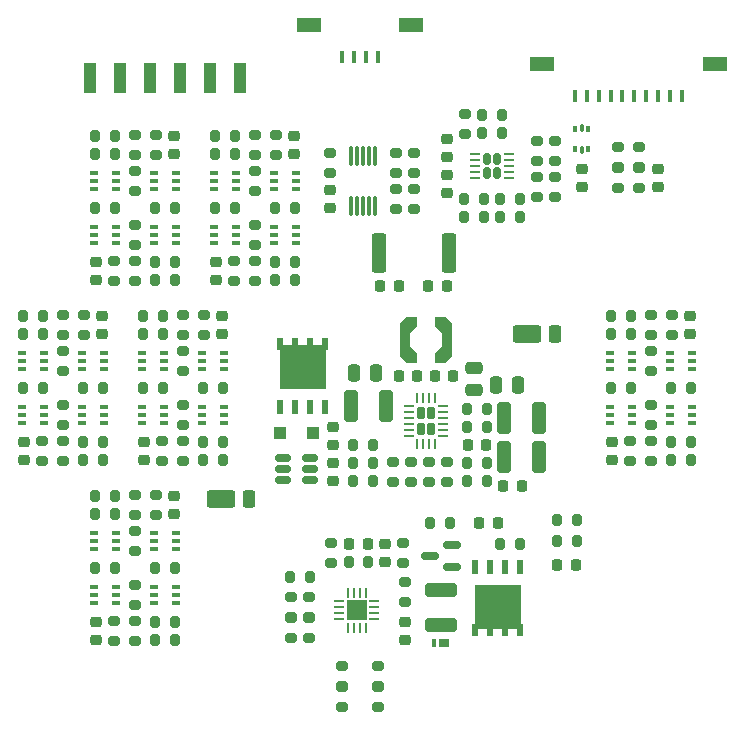
<source format=gbr>
%TF.GenerationSoftware,KiCad,Pcbnew,8.0.5*%
%TF.CreationDate,2025-02-27T20:43:24-05:00*%
%TF.ProjectId,Z+,5a2b2e6b-6963-4616-945f-706362585858,rev?*%
%TF.SameCoordinates,Original*%
%TF.FileFunction,Paste,Bot*%
%TF.FilePolarity,Positive*%
%FSLAX46Y46*%
G04 Gerber Fmt 4.6, Leading zero omitted, Abs format (unit mm)*
G04 Created by KiCad (PCBNEW 8.0.5) date 2025-02-27 20:43:24*
%MOMM*%
%LPD*%
G01*
G04 APERTURE LIST*
G04 Aperture macros list*
%AMRoundRect*
0 Rectangle with rounded corners*
0 $1 Rounding radius*
0 $2 $3 $4 $5 $6 $7 $8 $9 X,Y pos of 4 corners*
0 Add a 4 corners polygon primitive as box body*
4,1,4,$2,$3,$4,$5,$6,$7,$8,$9,$2,$3,0*
0 Add four circle primitives for the rounded corners*
1,1,$1+$1,$2,$3*
1,1,$1+$1,$4,$5*
1,1,$1+$1,$6,$7*
1,1,$1+$1,$8,$9*
0 Add four rect primitives between the rounded corners*
20,1,$1+$1,$2,$3,$4,$5,0*
20,1,$1+$1,$4,$5,$6,$7,0*
20,1,$1+$1,$6,$7,$8,$9,0*
20,1,$1+$1,$8,$9,$2,$3,0*%
%AMFreePoly0*
4,1,11,1.015000,1.170000,0.435000,0.575000,0.435000,-0.575000,1.015000,-1.170000,1.015000,-1.945000,0.125000,-1.945000,-0.435000,-1.395000,-0.435000,1.395000,0.125000,1.945000,1.015000,1.945000,1.015000,1.170000,1.015000,1.170000,$1*%
%AMFreePoly1*
4,1,11,0.435000,1.395000,0.435000,-1.395000,-0.125000,-1.945000,-1.015000,-1.945000,-1.015000,-1.170000,-0.435000,-0.575000,-0.435000,0.575000,-1.015000,1.170000,-1.015000,1.945000,-0.125000,1.945000,0.435000,1.395000,0.435000,1.395000,$1*%
G04 Aperture macros list end*
%ADD10RoundRect,0.225000X0.250000X-0.225000X0.250000X0.225000X-0.250000X0.225000X-0.250000X-0.225000X0*%
%ADD11RoundRect,0.100000X0.225000X0.100000X-0.225000X0.100000X-0.225000X-0.100000X0.225000X-0.100000X0*%
%ADD12RoundRect,0.200000X0.200000X0.275000X-0.200000X0.275000X-0.200000X-0.275000X0.200000X-0.275000X0*%
%ADD13RoundRect,0.225000X-0.250000X0.225000X-0.250000X-0.225000X0.250000X-0.225000X0.250000X0.225000X0*%
%ADD14RoundRect,0.200000X-0.275000X0.200000X-0.275000X-0.200000X0.275000X-0.200000X0.275000X0.200000X0*%
%ADD15RoundRect,0.250000X0.325000X1.100000X-0.325000X1.100000X-0.325000X-1.100000X0.325000X-1.100000X0*%
%ADD16RoundRect,0.100000X-0.225000X-0.100000X0.225000X-0.100000X0.225000X0.100000X-0.225000X0.100000X0*%
%ADD17RoundRect,0.250000X0.950000X0.500000X-0.950000X0.500000X-0.950000X-0.500000X0.950000X-0.500000X0*%
%ADD18RoundRect,0.250000X0.275000X0.500000X-0.275000X0.500000X-0.275000X-0.500000X0.275000X-0.500000X0*%
%ADD19R,0.400000X1.000000*%
%ADD20R,2.000000X1.300000*%
%ADD21RoundRect,0.218750X0.218750X0.256250X-0.218750X0.256250X-0.218750X-0.256250X0.218750X-0.256250X0*%
%ADD22RoundRect,0.200000X-0.200000X-0.275000X0.200000X-0.275000X0.200000X0.275000X-0.200000X0.275000X0*%
%ADD23RoundRect,0.167500X0.167500X0.367500X-0.167500X0.367500X-0.167500X-0.367500X0.167500X-0.367500X0*%
%ADD24RoundRect,0.062500X0.362500X0.062500X-0.362500X0.062500X-0.362500X-0.062500X0.362500X-0.062500X0*%
%ADD25RoundRect,0.062500X0.062500X0.362500X-0.062500X0.362500X-0.062500X-0.362500X0.062500X-0.362500X0*%
%ADD26RoundRect,0.218750X-0.218750X-0.256250X0.218750X-0.256250X0.218750X0.256250X-0.218750X0.256250X0*%
%ADD27RoundRect,0.200000X0.275000X-0.200000X0.275000X0.200000X-0.275000X0.200000X-0.275000X-0.200000X0*%
%ADD28RoundRect,0.250000X-0.300000X-0.300000X0.300000X-0.300000X0.300000X0.300000X-0.300000X0.300000X0*%
%ADD29RoundRect,0.167500X-0.167500X-0.312500X0.167500X-0.312500X0.167500X0.312500X-0.167500X0.312500X0*%
%ADD30RoundRect,0.062500X-0.362500X-0.062500X0.362500X-0.062500X0.362500X0.062500X-0.362500X0.062500X0*%
%ADD31R,0.812800X0.254000*%
%ADD32R,0.254000X0.812800*%
%ADD33R,1.752600X1.752600*%
%ADD34RoundRect,0.150000X0.512500X0.150000X-0.512500X0.150000X-0.512500X-0.150000X0.512500X-0.150000X0*%
%ADD35RoundRect,0.250000X-0.325000X-1.100000X0.325000X-1.100000X0.325000X1.100000X-0.325000X1.100000X0*%
%ADD36RoundRect,0.093750X-0.093750X0.156250X-0.093750X-0.156250X0.093750X-0.156250X0.093750X0.156250X0*%
%ADD37RoundRect,0.075000X-0.075000X0.250000X-0.075000X-0.250000X0.075000X-0.250000X0.075000X0.250000X0*%
%ADD38RoundRect,0.250000X-0.250000X-0.475000X0.250000X-0.475000X0.250000X0.475000X-0.250000X0.475000X0*%
%ADD39RoundRect,0.075000X0.390000X0.275000X-0.390000X0.275000X-0.390000X-0.275000X0.390000X-0.275000X0*%
%ADD40RoundRect,0.075000X0.075000X0.275000X-0.075000X0.275000X-0.075000X-0.275000X0.075000X-0.275000X0*%
%ADD41RoundRect,0.250000X1.100000X-0.325000X1.100000X0.325000X-1.100000X0.325000X-1.100000X-0.325000X0*%
%ADD42R,0.610000X1.270000*%
%ADD43R,0.610000X1.020000*%
%ADD44R,3.910000X3.810000*%
%ADD45RoundRect,0.225000X-0.225000X-0.250000X0.225000X-0.250000X0.225000X0.250000X-0.225000X0.250000X0*%
%ADD46RoundRect,0.150000X0.587500X0.150000X-0.587500X0.150000X-0.587500X-0.150000X0.587500X-0.150000X0*%
%ADD47FreePoly0,180.000000*%
%ADD48FreePoly1,180.000000*%
%ADD49RoundRect,0.225000X0.225000X0.250000X-0.225000X0.250000X-0.225000X-0.250000X0.225000X-0.250000X0*%
%ADD50RoundRect,0.218750X0.256250X-0.218750X0.256250X0.218750X-0.256250X0.218750X-0.256250X-0.218750X0*%
%ADD51RoundRect,0.250000X0.475000X-0.250000X0.475000X0.250000X-0.475000X0.250000X-0.475000X-0.250000X0*%
%ADD52RoundRect,0.087500X0.087500X-0.725000X0.087500X0.725000X-0.087500X0.725000X-0.087500X-0.725000X0*%
%ADD53RoundRect,0.250000X0.250000X0.475000X-0.250000X0.475000X-0.250000X-0.475000X0.250000X-0.475000X0*%
%ADD54R,1.000000X2.500000*%
%ADD55RoundRect,0.250000X-0.362500X-1.425000X0.362500X-1.425000X0.362500X1.425000X-0.362500X1.425000X0*%
G04 APERTURE END LIST*
D10*
%TO.C,C12*%
X154178000Y-123203000D03*
X154178000Y-121653000D03*
%TD*%
D11*
%TO.C,Q14*%
X139888000Y-88250000D03*
X139888000Y-88900000D03*
X139888000Y-89550000D03*
X137988000Y-89550000D03*
X137988000Y-88900000D03*
X137988000Y-88250000D03*
%TD*%
D12*
%TO.C,R123*%
X162369000Y-78740000D03*
X160719000Y-78740000D03*
%TD*%
D13*
%TO.C,C2*%
X175641000Y-83299000D03*
X175641000Y-84849000D03*
%TD*%
D11*
%TO.C,Q13*%
X138872000Y-103490000D03*
X138872000Y-104140000D03*
X138872000Y-104790000D03*
X136972000Y-104790000D03*
X136972000Y-104140000D03*
X136972000Y-103490000D03*
%TD*%
D14*
%TO.C,R90*%
X131318000Y-118555000D03*
X131318000Y-120205000D03*
%TD*%
%TO.C,R34*%
X147965074Y-114999000D03*
X147965074Y-116649000D03*
%TD*%
%TO.C,R29*%
X146050000Y-119571000D03*
X146050000Y-121221000D03*
%TD*%
D12*
%TO.C,R23*%
X157988000Y-113284000D03*
X156338000Y-113284000D03*
%TD*%
D15*
%TO.C,C26*%
X152605000Y-103378000D03*
X149655000Y-103378000D03*
%TD*%
D11*
%TO.C,Q21*%
X134808000Y-118730000D03*
X134808000Y-119380000D03*
X134808000Y-120030000D03*
X132908000Y-120030000D03*
X132908000Y-119380000D03*
X132908000Y-118730000D03*
%TD*%
D12*
%TO.C,R64*%
X139763000Y-86614000D03*
X138113000Y-86614000D03*
%TD*%
D16*
%TO.C,Q24*%
X176596000Y-100218000D03*
X176596000Y-99568000D03*
X176596000Y-98918000D03*
X178496000Y-98918000D03*
X178496000Y-99568000D03*
X178496000Y-100218000D03*
%TD*%
D14*
%TO.C,R73*%
X143256000Y-80455000D03*
X143256000Y-82105000D03*
%TD*%
D17*
%TO.C,D7*%
X164504000Y-97282000D03*
D18*
X166879000Y-97282000D03*
%TD*%
D19*
%TO.C,J1*%
X168611160Y-77110000D03*
X169611160Y-77110000D03*
X170611160Y-77110000D03*
X171611160Y-77110000D03*
X172611160Y-77110000D03*
X173611160Y-77110000D03*
X174611160Y-77110000D03*
X175611160Y-77110000D03*
X176611160Y-77110000D03*
X177611160Y-77110000D03*
D20*
X165811160Y-74410000D03*
X180411160Y-74410000D03*
%TD*%
D12*
%TO.C,R1*%
X134682999Y-91186000D03*
X133032999Y-91186000D03*
%TD*%
D16*
%TO.C,Q12*%
X136972000Y-100218000D03*
X136972000Y-99568000D03*
X136972000Y-98918000D03*
X138872000Y-98918000D03*
X138872000Y-99568000D03*
X138872000Y-100218000D03*
%TD*%
D11*
%TO.C,Q2*%
X134807999Y-88250000D03*
X134807999Y-88900000D03*
X134807999Y-89550000D03*
X132907999Y-89550000D03*
X132907999Y-88900000D03*
X132907999Y-88250000D03*
%TD*%
D14*
%TO.C,R54*%
X157734000Y-108141000D03*
X157734000Y-109791000D03*
%TD*%
%TO.C,R75*%
X125222000Y-95695000D03*
X125222000Y-97345000D03*
%TD*%
D10*
%TO.C,C17*%
X147828000Y-86627000D03*
X147828000Y-85077000D03*
%TD*%
D14*
%TO.C,R2*%
X131318000Y-80455000D03*
X131318000Y-82105000D03*
%TD*%
D12*
%TO.C,R38*%
X133667000Y-101854000D03*
X132017000Y-101854000D03*
%TD*%
D16*
%TO.C,Q27*%
X171516000Y-100218000D03*
X171516000Y-99568000D03*
X171516000Y-98918000D03*
X173416000Y-98918000D03*
X173416000Y-99568000D03*
X173416000Y-100218000D03*
%TD*%
D21*
%TO.C,F9*%
X153695500Y-93218000D03*
X152120500Y-93218000D03*
%TD*%
D16*
%TO.C,Q15*%
X137988000Y-84978000D03*
X137988000Y-84328000D03*
X137988000Y-83678000D03*
X139888000Y-83678000D03*
X139888000Y-84328000D03*
X139888000Y-84978000D03*
%TD*%
D22*
%TO.C,R19*%
X167069000Y-114808000D03*
X168719000Y-114808000D03*
%TD*%
D16*
%TO.C,Q23*%
X127828000Y-115458000D03*
X127828000Y-114808000D03*
X127828000Y-114158000D03*
X129728000Y-114158000D03*
X129728000Y-114808000D03*
X129728000Y-115458000D03*
%TD*%
D23*
%TO.C,U9*%
X156366000Y-105308000D03*
X156366000Y-103988000D03*
X155546000Y-105308000D03*
X155546000Y-103988000D03*
D24*
X157406000Y-103398000D03*
X157406000Y-103898000D03*
X157406000Y-104398000D03*
X157406000Y-104898000D03*
X157406000Y-105398000D03*
X157406000Y-105898000D03*
D25*
X156706000Y-106598000D03*
X156206000Y-106598000D03*
X155706000Y-106598000D03*
X155206000Y-106598000D03*
D24*
X154506000Y-105898000D03*
X154506000Y-105398000D03*
X154506000Y-104898000D03*
X154506000Y-104398000D03*
X154506000Y-103898000D03*
X154506000Y-103398000D03*
D25*
X155206000Y-102698000D03*
X155706000Y-102698000D03*
X156206000Y-102698000D03*
X156706000Y-102698000D03*
%TD*%
D26*
%TO.C,F8*%
X156184500Y-93218000D03*
X157759500Y-93218000D03*
%TD*%
D19*
%TO.C,J2*%
X148868000Y-73808000D03*
X149868000Y-73808000D03*
X150868000Y-73808000D03*
X151868000Y-73808000D03*
D20*
X146068000Y-71108000D03*
X154668000Y-71108000D03*
%TD*%
D16*
%TO.C,Q6*%
X121732000Y-100218000D03*
X121732000Y-99568000D03*
X121732000Y-98918000D03*
X123632000Y-98918000D03*
X123632000Y-99568000D03*
X123632000Y-100218000D03*
%TD*%
D14*
%TO.C,R102*%
X175006000Y-103315000D03*
X175006000Y-104965000D03*
%TD*%
D27*
%TO.C,R91*%
X129539999Y-123253000D03*
X129539999Y-121603000D03*
%TD*%
%TO.C,R110*%
X154940000Y-86677000D03*
X154940000Y-85027000D03*
%TD*%
D12*
%TO.C,R22*%
X168719000Y-113030000D03*
X167069000Y-113030000D03*
%TD*%
D14*
%TO.C,R30*%
X144526000Y-121349000D03*
X144526000Y-122999000D03*
%TD*%
D12*
%TO.C,R122*%
X162369000Y-80264000D03*
X160719000Y-80264000D03*
%TD*%
D22*
%TO.C,R120*%
X159195000Y-85852000D03*
X160845000Y-85852000D03*
%TD*%
D12*
%TO.C,R4*%
X134682999Y-92710000D03*
X133032999Y-92710000D03*
%TD*%
D17*
%TO.C,D8*%
X138596000Y-111252000D03*
D18*
X140971000Y-111252000D03*
%TD*%
D22*
%TO.C,R39*%
X132017000Y-95758000D03*
X133667000Y-95758000D03*
%TD*%
%TO.C,R61*%
X149797000Y-108204000D03*
X151447000Y-108204000D03*
%TD*%
D28*
%TO.C,D2*%
X143634000Y-105664000D03*
X146434000Y-105664000D03*
%TD*%
D14*
%TO.C,R21*%
X151892000Y-125413000D03*
X151892000Y-127063000D03*
%TD*%
D12*
%TO.C,R95*%
X178371000Y-107950000D03*
X176721000Y-107950000D03*
%TD*%
%TO.C,R100*%
X173291000Y-101854000D03*
X171641000Y-101854000D03*
%TD*%
D27*
%TO.C,R108*%
X153416000Y-86677000D03*
X153416000Y-85027000D03*
%TD*%
D22*
%TO.C,R44*%
X137097000Y-101854000D03*
X138747000Y-101854000D03*
%TD*%
%TO.C,R50*%
X159449000Y-109728000D03*
X161099000Y-109728000D03*
%TD*%
%TO.C,R3*%
X133032999Y-86614000D03*
X134682999Y-86614000D03*
%TD*%
%TO.C,R86*%
X127953000Y-112522000D03*
X129603000Y-112522000D03*
%TD*%
D27*
%TO.C,R32*%
X154061074Y-116649000D03*
X154061074Y-114999000D03*
%TD*%
D22*
%TO.C,R76*%
X126937000Y-101854000D03*
X128587000Y-101854000D03*
%TD*%
D27*
%TO.C,R87*%
X131317999Y-123253000D03*
X131317999Y-121603000D03*
%TD*%
D12*
%TO.C,R88*%
X129603000Y-117094000D03*
X127953000Y-117094000D03*
%TD*%
D29*
%TO.C,U11*%
X161134000Y-82463000D03*
X161134000Y-83653000D03*
X161954000Y-82463000D03*
X161954000Y-83653000D03*
D30*
X160094000Y-84058000D03*
X160094000Y-83558000D03*
X160094000Y-83058000D03*
X160094000Y-82558000D03*
X160094000Y-82058000D03*
X162994000Y-82058000D03*
X162994000Y-82558000D03*
X162994000Y-83058000D03*
X162994000Y-83558000D03*
X162994000Y-84058000D03*
%TD*%
D16*
%TO.C,Q11*%
X131892000Y-100218000D03*
X131892000Y-99568000D03*
X131892000Y-98918000D03*
X133792000Y-98918000D03*
X133792000Y-99568000D03*
X133792000Y-100218000D03*
%TD*%
D22*
%TO.C,R119*%
X162243000Y-85852000D03*
X163893000Y-85852000D03*
%TD*%
D11*
%TO.C,Q22*%
X129728000Y-118730000D03*
X129728000Y-119380000D03*
X129728000Y-120030000D03*
X127828000Y-120030000D03*
X127828000Y-119380000D03*
X127828000Y-118730000D03*
%TD*%
D31*
%TO.C,U7*%
X151587200Y-119899999D03*
X151587200Y-120400000D03*
X151587200Y-120900000D03*
X151587200Y-121400001D03*
D32*
X150864001Y-122123200D03*
X150364000Y-122123200D03*
X149864000Y-122123200D03*
X149363999Y-122123200D03*
D31*
X148640800Y-121400001D03*
X148640800Y-120900000D03*
X148640800Y-120400000D03*
X148640800Y-119899999D03*
D32*
X149363999Y-119176800D03*
X149864000Y-119176800D03*
X150364000Y-119176800D03*
X150864001Y-119176800D03*
D33*
X150114000Y-120650000D03*
%TD*%
D12*
%TO.C,R77*%
X128587000Y-107950000D03*
X126937000Y-107950000D03*
%TD*%
D34*
%TO.C,U6*%
X146171500Y-107762000D03*
X146171500Y-108712000D03*
X146171500Y-109662000D03*
X143896500Y-109662000D03*
X143896500Y-108712000D03*
X143896500Y-107762000D03*
%TD*%
D14*
%TO.C,R11*%
X131318000Y-88075000D03*
X131318000Y-89725000D03*
%TD*%
D22*
%TO.C,R118*%
X159195000Y-87376000D03*
X160845000Y-87376000D03*
%TD*%
D35*
%TO.C,C18*%
X162609000Y-104394000D03*
X165559000Y-104394000D03*
%TD*%
D27*
%TO.C,R12*%
X129540000Y-92773000D03*
X129540000Y-91123000D03*
%TD*%
D14*
%TO.C,R56*%
X147828000Y-81979000D03*
X147828000Y-83629000D03*
%TD*%
%TO.C,R81*%
X131318000Y-110935000D03*
X131318000Y-112585000D03*
%TD*%
D12*
%TO.C,R42*%
X138747000Y-106426000D03*
X137097000Y-106426000D03*
%TD*%
D11*
%TO.C,Q19*%
X128712000Y-103490000D03*
X128712000Y-104140000D03*
X128712000Y-104790000D03*
X126812000Y-104790000D03*
X126812000Y-104140000D03*
X126812000Y-103490000D03*
%TD*%
D10*
%TO.C,C28*%
X144780000Y-82055000D03*
X144780000Y-80505000D03*
%TD*%
D14*
%TO.C,R17*%
X125222000Y-103315000D03*
X125222000Y-104965000D03*
%TD*%
D22*
%TO.C,R35*%
X149426074Y-116586000D03*
X151076074Y-116586000D03*
%TD*%
D36*
%TO.C,U10*%
X168626500Y-79922000D03*
D37*
X169164000Y-79847000D03*
D36*
X169701500Y-79922000D03*
X169701500Y-81622000D03*
D37*
X169164000Y-81697000D03*
D36*
X168626500Y-81622000D03*
%TD*%
D11*
%TO.C,Q3*%
X129728000Y-88250000D03*
X129728000Y-88900000D03*
X129728000Y-89550000D03*
X127828000Y-89550000D03*
X127828000Y-88900000D03*
X127828000Y-88250000D03*
%TD*%
D38*
%TO.C,C21*%
X161864000Y-101600000D03*
X163764000Y-101600000D03*
%TD*%
D22*
%TO.C,R10*%
X127953000Y-80518000D03*
X129603000Y-80518000D03*
%TD*%
D16*
%TO.C,Q18*%
X126812000Y-100218000D03*
X126812000Y-99568000D03*
X126812000Y-98918000D03*
X128712000Y-98918000D03*
X128712000Y-99568000D03*
X128712000Y-100218000D03*
%TD*%
D14*
%TO.C,R43*%
X135382000Y-95695000D03*
X135382000Y-97345000D03*
%TD*%
D13*
%TO.C,C31*%
X128016000Y-121653000D03*
X128016000Y-123203000D03*
%TD*%
D14*
%TO.C,R47*%
X137160000Y-95695000D03*
X137160000Y-97345000D03*
%TD*%
D27*
%TO.C,R67*%
X139700000Y-92773000D03*
X139700000Y-91123000D03*
%TD*%
D13*
%TO.C,C15*%
X132080000Y-106413000D03*
X132080000Y-107963000D03*
%TD*%
D14*
%TO.C,R6*%
X133096000Y-80455000D03*
X133096000Y-82105000D03*
%TD*%
D39*
%TO.C,D4*%
X157511000Y-123444000D03*
D40*
X156626000Y-123444000D03*
%TD*%
D41*
%TO.C,C11*%
X157226000Y-121871000D03*
X157226000Y-118921000D03*
%TD*%
D42*
%TO.C,Q7*%
X143637000Y-103436000D03*
D43*
X147447000Y-98086000D03*
X146177000Y-98086000D03*
X144907000Y-98086000D03*
X143637000Y-98086000D03*
D44*
X145542000Y-100076000D03*
D42*
X147447000Y-103436000D03*
X146177000Y-103436000D03*
X144907000Y-103436000D03*
%TD*%
D12*
%TO.C,R48*%
X161099000Y-103632000D03*
X159449000Y-103632000D03*
%TD*%
D45*
%TO.C,C22*%
X156705000Y-100838000D03*
X158255000Y-100838000D03*
%TD*%
D27*
%TO.C,R41*%
X133604000Y-108013000D03*
X133604000Y-106363000D03*
%TD*%
D46*
%TO.C,Q8*%
X158163500Y-115128000D03*
X158163500Y-117028000D03*
X156288500Y-116078000D03*
%TD*%
D14*
%TO.C,R28*%
X146050000Y-121349000D03*
X146050000Y-122999000D03*
%TD*%
D47*
%TO.C,L1*%
X157721000Y-97790000D03*
D48*
X154191000Y-97790000D03*
%TD*%
D10*
%TO.C,C13*%
X152537074Y-116599000D03*
X152537074Y-115049000D03*
%TD*%
D49*
%TO.C,C23*%
X155207000Y-100838000D03*
X153657000Y-100838000D03*
%TD*%
D13*
%TO.C,C27*%
X138176000Y-91173000D03*
X138176000Y-92723000D03*
%TD*%
D12*
%TO.C,R52*%
X151447000Y-106680000D03*
X149797000Y-106680000D03*
%TD*%
D11*
%TO.C,Q5*%
X123632000Y-103490000D03*
X123632000Y-104140000D03*
X123632000Y-104790000D03*
X121732000Y-104790000D03*
X121732000Y-104140000D03*
X121732000Y-103490000D03*
%TD*%
D12*
%TO.C,R33*%
X146113000Y-117856000D03*
X144463000Y-117856000D03*
%TD*%
D45*
%TO.C,C14*%
X149476074Y-115062000D03*
X151026074Y-115062000D03*
%TD*%
D26*
%TO.C,F7*%
X162534500Y-110109000D03*
X164109500Y-110109000D03*
%TD*%
D27*
%TO.C,R78*%
X125222000Y-100393000D03*
X125222000Y-98743000D03*
%TD*%
D12*
%TO.C,R92*%
X178371000Y-106426000D03*
X176721000Y-106426000D03*
%TD*%
D14*
%TO.C,R85*%
X133096000Y-110935000D03*
X133096000Y-112585000D03*
%TD*%
D50*
%TO.C,F10*%
X157734000Y-85369500D03*
X157734000Y-83794500D03*
%TD*%
D27*
%TO.C,R37*%
X135382000Y-108013000D03*
X135382000Y-106363000D03*
%TD*%
D22*
%TO.C,R98*%
X171641000Y-97282000D03*
X173291000Y-97282000D03*
%TD*%
D10*
%TO.C,C29*%
X128524000Y-97295000D03*
X128524000Y-95745000D03*
%TD*%
D27*
%TO.C,R109*%
X154940000Y-83629000D03*
X154940000Y-81979000D03*
%TD*%
D22*
%TO.C,R94*%
X176721000Y-101854000D03*
X178371000Y-101854000D03*
%TD*%
D12*
%TO.C,R49*%
X161099000Y-108204000D03*
X159449000Y-108204000D03*
%TD*%
D13*
%TO.C,C9*%
X121920000Y-106413000D03*
X121920000Y-107963000D03*
%TD*%
D26*
%TO.C,D3*%
X167106500Y-116840000D03*
X168681500Y-116840000D03*
%TD*%
D14*
%TO.C,R93*%
X175006000Y-95695000D03*
X175006000Y-97345000D03*
%TD*%
D13*
%TO.C,C1*%
X169164000Y-83299000D03*
X169164000Y-84849000D03*
%TD*%
D12*
%TO.C,R24*%
X163893000Y-115062000D03*
X162243000Y-115062000D03*
%TD*%
D14*
%TO.C,R79*%
X127000000Y-95695000D03*
X127000000Y-97345000D03*
%TD*%
D16*
%TO.C,Q20*%
X132908000Y-115458000D03*
X132908000Y-114808000D03*
X132908000Y-114158000D03*
X134808000Y-114158000D03*
X134808000Y-114808000D03*
X134808000Y-115458000D03*
%TD*%
D11*
%TO.C,Q17*%
X144968000Y-88250000D03*
X144968000Y-88900000D03*
X144968000Y-89550000D03*
X143068000Y-89550000D03*
X143068000Y-88900000D03*
X143068000Y-88250000D03*
%TD*%
D14*
%TO.C,R26*%
X148844000Y-125413000D03*
X148844000Y-127063000D03*
%TD*%
D22*
%TO.C,R16*%
X121857000Y-95758000D03*
X123507000Y-95758000D03*
%TD*%
D14*
%TO.C,R27*%
X154178000Y-118301000D03*
X154178000Y-119951000D03*
%TD*%
D22*
%TO.C,R7*%
X127953000Y-82042000D03*
X129603000Y-82042000D03*
%TD*%
D14*
%TO.C,R25*%
X148844000Y-127191000D03*
X148844000Y-128841000D03*
%TD*%
D10*
%TO.C,C3*%
X134619999Y-82055000D03*
X134619999Y-80505000D03*
%TD*%
D22*
%TO.C,R51*%
X159449000Y-105156000D03*
X161099000Y-105156000D03*
%TD*%
D14*
%TO.C,R69*%
X141478000Y-80455000D03*
X141478000Y-82105000D03*
%TD*%
%TO.C,R20*%
X151892000Y-127191000D03*
X151892000Y-128841000D03*
%TD*%
D16*
%TO.C,Q16*%
X143068000Y-84978000D03*
X143068000Y-84328000D03*
X143068000Y-83678000D03*
X144968000Y-83678000D03*
X144968000Y-84328000D03*
X144968000Y-84978000D03*
%TD*%
D13*
%TO.C,C4*%
X128016000Y-91173000D03*
X128016000Y-92723000D03*
%TD*%
D27*
%TO.C,R18*%
X123444000Y-108013000D03*
X123444000Y-106363000D03*
%TD*%
D22*
%TO.C,R65*%
X138113000Y-80518000D03*
X139763000Y-80518000D03*
%TD*%
D14*
%TO.C,R115*%
X173990000Y-81471000D03*
X173990000Y-83121000D03*
%TD*%
D11*
%TO.C,Q25*%
X178496000Y-103490000D03*
X178496000Y-104140000D03*
X178496000Y-104790000D03*
X176596000Y-104790000D03*
X176596000Y-104140000D03*
X176596000Y-103490000D03*
%TD*%
D27*
%TO.C,R57*%
X153416000Y-83629000D03*
X153416000Y-81979000D03*
%TD*%
%TO.C,R113*%
X172212000Y-84899000D03*
X172212000Y-83249000D03*
%TD*%
D12*
%TO.C,R60*%
X151447000Y-109728000D03*
X149797000Y-109728000D03*
%TD*%
D51*
%TO.C,C20*%
X160020000Y-102042000D03*
X160020000Y-100142000D03*
%TD*%
D10*
%TO.C,C30*%
X134619999Y-112535000D03*
X134619999Y-110985000D03*
%TD*%
D52*
%TO.C,U8*%
X151622000Y-86440500D03*
X151122000Y-86440500D03*
X150622000Y-86440500D03*
X150122000Y-86440500D03*
X149622000Y-86440500D03*
X149622000Y-82215500D03*
X150122000Y-82215500D03*
X150622000Y-82215500D03*
X151122000Y-82215500D03*
X151622000Y-82215500D03*
%TD*%
D27*
%TO.C,R14*%
X125222000Y-108013000D03*
X125222000Y-106363000D03*
%TD*%
%TO.C,R121*%
X159258000Y-80327000D03*
X159258000Y-78677000D03*
%TD*%
%TO.C,R53*%
X156210000Y-109791000D03*
X156210000Y-108141000D03*
%TD*%
%TO.C,R63*%
X141478000Y-92773000D03*
X141478000Y-91123000D03*
%TD*%
%TO.C,R8*%
X131318000Y-92773000D03*
X131318000Y-91123000D03*
%TD*%
D22*
%TO.C,R62*%
X138113000Y-82042000D03*
X139763000Y-82042000D03*
%TD*%
D13*
%TO.C,C10*%
X148091428Y-108191000D03*
X148091428Y-109741000D03*
%TD*%
D10*
%TO.C,C32*%
X178308000Y-97295000D03*
X178308000Y-95745000D03*
%TD*%
D22*
%TO.C,R117*%
X162243000Y-87376000D03*
X163893000Y-87376000D03*
%TD*%
D53*
%TO.C,C25*%
X151760000Y-100584000D03*
X149860000Y-100584000D03*
%TD*%
D27*
%TO.C,R84*%
X131318000Y-115633000D03*
X131318000Y-113983000D03*
%TD*%
D12*
%TO.C,R45*%
X138747000Y-107950000D03*
X137097000Y-107950000D03*
%TD*%
D16*
%TO.C,Q1*%
X132907999Y-84978000D03*
X132907999Y-84328000D03*
X132907999Y-83678000D03*
X134807999Y-83678000D03*
X134807999Y-84328000D03*
X134807999Y-84978000D03*
%TD*%
D42*
%TO.C,Q9*%
X163957000Y-117021500D03*
D43*
X160147000Y-122371500D03*
X161417000Y-122371500D03*
X162687000Y-122371500D03*
X163957000Y-122371500D03*
D44*
X162052000Y-120381500D03*
D42*
X160147000Y-117021500D03*
X161417000Y-117021500D03*
X162687000Y-117021500D03*
%TD*%
D14*
%TO.C,R58*%
X154686000Y-108141000D03*
X154686000Y-109791000D03*
%TD*%
D12*
%TO.C,R15*%
X123507000Y-101854000D03*
X121857000Y-101854000D03*
%TD*%
D27*
%TO.C,R96*%
X175006000Y-100393000D03*
X175006000Y-98743000D03*
%TD*%
D14*
%TO.C,R126*%
X165354000Y-84011000D03*
X165354000Y-85661000D03*
%TD*%
D12*
%TO.C,R74*%
X128587000Y-106426000D03*
X126937000Y-106426000D03*
%TD*%
D14*
%TO.C,R40*%
X135382000Y-103315000D03*
X135382000Y-104965000D03*
%TD*%
D22*
%TO.C,R36*%
X132017000Y-97282000D03*
X133667000Y-97282000D03*
%TD*%
D16*
%TO.C,Q4*%
X127828000Y-84978000D03*
X127828000Y-84328000D03*
X127828000Y-83678000D03*
X129728000Y-83678000D03*
X129728000Y-84328000D03*
X129728000Y-84978000D03*
%TD*%
D11*
%TO.C,Q26*%
X173416000Y-103490000D03*
X173416000Y-104140000D03*
X173416000Y-104790000D03*
X171516000Y-104790000D03*
X171516000Y-104140000D03*
X171516000Y-103490000D03*
%TD*%
D14*
%TO.C,R124*%
X166878000Y-84011000D03*
X166878000Y-85661000D03*
%TD*%
D12*
%TO.C,R71*%
X144843000Y-92710000D03*
X143193000Y-92710000D03*
%TD*%
D50*
%TO.C,F5*%
X148082000Y-106705500D03*
X148082000Y-105130500D03*
%TD*%
D54*
%TO.C,J5*%
X140208000Y-75570000D03*
X137668000Y-75570000D03*
X135128000Y-75570000D03*
X132588000Y-75570000D03*
X130048000Y-75570000D03*
X127508000Y-75570000D03*
%TD*%
D11*
%TO.C,Q10*%
X133792000Y-103490000D03*
X133792000Y-104140000D03*
X133792000Y-104790000D03*
X131892000Y-104790000D03*
X131892000Y-104140000D03*
X131892000Y-103490000D03*
%TD*%
D27*
%TO.C,R125*%
X166878000Y-82613000D03*
X166878000Y-80963000D03*
%TD*%
D13*
%TO.C,C33*%
X171704000Y-106413000D03*
X171704000Y-107963000D03*
%TD*%
D12*
%TO.C,R83*%
X134683000Y-123190000D03*
X133033000Y-123190000D03*
%TD*%
%TO.C,R68*%
X144843000Y-91186000D03*
X143193000Y-91186000D03*
%TD*%
D10*
%TO.C,C35*%
X157734000Y-82309000D03*
X157734000Y-80759000D03*
%TD*%
D27*
%TO.C,R116*%
X173990000Y-84899000D03*
X173990000Y-83249000D03*
%TD*%
D22*
%TO.C,R70*%
X143193000Y-86614000D03*
X144843000Y-86614000D03*
%TD*%
D27*
%TO.C,R46*%
X135382000Y-100393000D03*
X135382000Y-98743000D03*
%TD*%
%TO.C,R5*%
X131317999Y-85153000D03*
X131317999Y-83503000D03*
%TD*%
D22*
%TO.C,R89*%
X127953000Y-110998000D03*
X129603000Y-110998000D03*
%TD*%
D21*
%TO.C,F6*%
X162077500Y-113284000D03*
X160502500Y-113284000D03*
%TD*%
D27*
%TO.C,R72*%
X141478000Y-85153000D03*
X141478000Y-83503000D03*
%TD*%
D35*
%TO.C,C19*%
X162609000Y-107696000D03*
X165559000Y-107696000D03*
%TD*%
D12*
%TO.C,R9*%
X129603000Y-86614000D03*
X127953000Y-86614000D03*
%TD*%
D14*
%TO.C,R66*%
X141478000Y-88075000D03*
X141478000Y-89725000D03*
%TD*%
%TO.C,R114*%
X172212000Y-81471000D03*
X172212000Y-83121000D03*
%TD*%
D27*
%TO.C,R127*%
X165354000Y-82613000D03*
X165354000Y-80963000D03*
%TD*%
D14*
%TO.C,R97*%
X176784000Y-95695000D03*
X176784000Y-97345000D03*
%TD*%
%TO.C,R59*%
X153162000Y-108141000D03*
X153162000Y-109791000D03*
%TD*%
D22*
%TO.C,R82*%
X133033000Y-117094000D03*
X134683000Y-117094000D03*
%TD*%
D27*
%TO.C,R103*%
X173228000Y-108013000D03*
X173228000Y-106363000D03*
%TD*%
D22*
%TO.C,R13*%
X121857000Y-97282000D03*
X123507000Y-97282000D03*
%TD*%
D12*
%TO.C,R80*%
X134683000Y-121666000D03*
X133033000Y-121666000D03*
%TD*%
D27*
%TO.C,R99*%
X175006000Y-108013000D03*
X175006000Y-106363000D03*
%TD*%
D10*
%TO.C,C16*%
X138684000Y-97295000D03*
X138684000Y-95745000D03*
%TD*%
D45*
%TO.C,C24*%
X159499000Y-106680000D03*
X161049000Y-106680000D03*
%TD*%
D14*
%TO.C,R31*%
X144526000Y-119571000D03*
X144526000Y-121221000D03*
%TD*%
D22*
%TO.C,R101*%
X171641000Y-95758000D03*
X173291000Y-95758000D03*
%TD*%
D55*
%TO.C,R55*%
X151977500Y-90424000D03*
X157902500Y-90424000D03*
%TD*%
M02*

</source>
